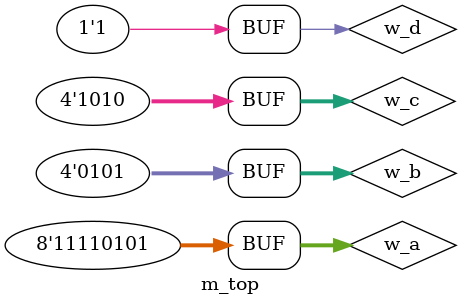
<source format=v>
module m_top();
  wire [7:0] w_a = 8'b11110101;
  wire [3:0] w_b, w_c;
  wire       w_d;
  assign w_b = w_a[3:0];
  assign w_c = w_a[4:1];
  assign w_d = w_a[7];
  always@(*) #1 $display("%b %b %b %b", w_a, w_b, w_c, w_d);
endmodule

</source>
